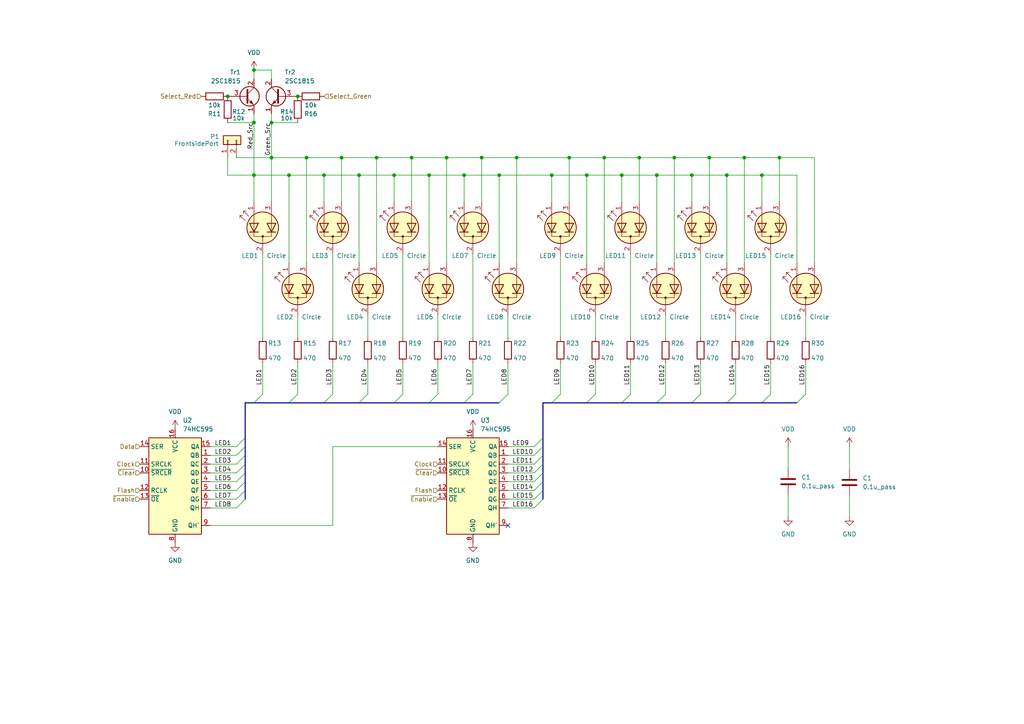
<source format=kicad_sch>
(kicad_sch (version 20230121) (generator eeschema)
  (paper "A4")
  (lib_symbols
    (symbol "74xx:74HC595"
      (property "Reference" "U" (at -7.62 13.97 0))
      (property "Value" "74HC595" (at -7.62 -16.51 0))
      (symbol "74HC595_1_0"
        (pin tri_state line (at 10.16 7.62 180) (length 2.54) (name "QB") (number "1"))
        (pin input line (at -10.16 2.54 0) (length 2.54) (name "~{SRCLR}") (number "10"))
        (pin input line (at -10.16 5.08 0) (length 2.54) (name "SRCLK") (number "11"))
        (pin input line (at -10.16 -2.54 0) (length 2.54) (name "RCLK") (number "12"))
        (pin input line (at -10.16 -5.08 0) (length 2.54) (name "~{OE}") (number "13"))
        (pin input line (at -10.16 10.16 0) (length 2.54) (name "SER") (number "14"))
        (pin tri_state line (at 10.16 10.16 180) (length 2.54) (name "QA") (number "15"))
        (pin power_in line (at 0 15.24 270) (length 2.54) (name "VCC") (number "16"))
        (pin tri_state line (at 10.16 5.08 180) (length 2.54) (name "QC") (number "2"))
        (pin tri_state line (at 10.16 2.54 180) (length 2.54) (name "QD") (number "3"))
        (pin tri_state line (at 10.16 0 180) (length 2.54) (name "QE") (number "4"))
        (pin tri_state line (at 10.16 -2.54 180) (length 2.54) (name "QF") (number "5"))
        (pin tri_state line (at 10.16 -5.08 180) (length 2.54) (name "QG") (number "6"))
        (pin tri_state line (at 10.16 -7.62 180) (length 2.54) (name "QH") (number "7"))
        (pin power_in line (at 0 -17.78 90) (length 2.54) (name "GND") (number "8"))
        (pin output line (at 10.16 -12.7 180) (length 2.54) (name "QH'") (number "9"))
      )
      (symbol "74HC595_1_1"
        (rectangle (start -7.62 12.7) (end 7.62 -15.24) (stroke (width 0.254)) (fill (type background)))
      )
    )
    (symbol "Connector_Generic:Conn_01x02" (pin_names (offset 1.016) hide)
      (property "Reference" "J" (at 0 2.54 0))
      (property "Value" "Conn_01x02" (at 0 -5.08 0))
      (symbol "Conn_01x02_1_1"
        (rectangle (start -1.27 -2.413) (end 0 -2.667) (stroke (width 0.1524)))
        (rectangle (start -1.27 0.127) (end 0 -0.127) (stroke (width 0.1524)))
        (rectangle (start -1.27 1.27) (end 1.27 -3.81) (stroke (width 0.254)) (fill (type background)))
        (pin passive line (at -5.08 0 0) (length 3.81) (name "Pin_1") (number "1"))
        (pin passive line (at -5.08 -2.54 0) (length 3.81) (name "Pin_2") (number "2"))
      )
    )
    (symbol "Device:C" (pin_numbers hide) (pin_names (offset 0.254))
      (property "Reference" "C" (at 0.635 2.54 0))
      (property "Value" "C" (at 0.635 -2.54 0))
      (symbol "C_0_1"
        (polyline (pts (xy -2.032 -0.762) (xy 2.032 -0.762)) (stroke (width 0.508)))
        (polyline (pts (xy -2.032 0.762) (xy 2.032 0.762)) (stroke (width 0.508)))
      )
      (symbol "C_1_1"
        (pin passive line (at 0 3.81 270) (length 2.794) (name "~") (number "1"))
        (pin passive line (at 0 -3.81 90) (length 2.794) (name "~") (number "2"))
      )
    )
    (symbol "Device:LED_Dual_AKA" (pin_names (offset 0) hide)
      (property "Reference" "D" (at 0 5.715 0))
      (property "Value" "LED_Dual_AKA" (at 0 -6.35 0))
      (symbol "LED_Dual_AKA_0_1"
        (circle (center -2.54 0) (radius 0.2794) (fill (type outline)))
        (polyline (pts (xy -4.572 0) (xy -2.54 0)))
        (polyline (pts (xy -1.27 -1.27) (xy -1.27 -3.81)) (stroke (width 0.254)))
        (polyline (pts (xy -1.27 1.27) (xy -1.27 3.81)) (stroke (width 0.254)))
        (polyline (pts (xy 3.81 -2.54) (xy 1.905 -2.54)))
        (polyline (pts (xy 3.81 2.54) (xy 1.905 2.54)))
        (polyline (pts (xy 1.27 -3.81) (xy 1.27 -1.27) (xy -1.27 -2.54) (xy 1.27 -3.81)) (stroke (width 0.254)))
        (polyline (pts (xy 1.27 1.27) (xy 1.27 3.81) (xy -1.27 2.54) (xy 1.27 1.27)) (stroke (width 0.254)))
        (polyline (pts (xy 2.032 2.54) (xy -2.54 2.54) (xy -2.54 -2.54) (xy 2.032 -2.54)))
        (polyline (pts (xy 2.032 5.08) (xy 3.556 6.604) (xy 2.794 6.604) (xy 3.556 6.604) (xy 3.556 5.842)))
        (polyline (pts (xy 3.302 4.064) (xy 4.826 5.588) (xy 4.064 5.588) (xy 4.826 5.588) (xy 4.826 4.826)))
        (circle (center 0 0) (radius 4.572) (stroke (width 0.254)) (fill (type background)))
      )
      (symbol "LED_Dual_AKA_1_1"
        (pin input line (at 7.62 2.54 180) (length 3.81) (name "A1") (number "1"))
        (pin input line (at -7.62 0 0) (length 3.048) (name "K") (number "2"))
        (pin input line (at 7.62 -2.54 180) (length 3.81) (name "A2") (number "3"))
      )
    )
    (symbol "Device:R" (pin_numbers hide) (pin_names (offset 0))
      (property "Reference" "R" (at 2.032 0 90))
      (property "Value" "R" (at 0 0 90))
      (symbol "R_0_1"
        (rectangle (start -1.016 -2.54) (end 1.016 2.54) (stroke (width 0.254)))
      )
      (symbol "R_1_1"
        (pin passive line (at 0 3.81 270) (length 1.27) (name "~") (number "1"))
        (pin passive line (at 0 -3.81 90) (length 1.27) (name "~") (number "2"))
      )
    )
    (symbol "Transistor_BJT:2SC1815" (pin_names (offset 0) hide)
      (property "Reference" "Q" (at 5.08 1.905 0))
      (property "Value" "2SC1815" (at 5.08 0 0))
      (symbol "2SC1815_0_1"
        (polyline (pts (xy 0 0) (xy 0.508 0)))
        (polyline (pts (xy 0.635 0.635) (xy 2.54 2.54)))
        (polyline (pts (xy 0.635 -0.635) (xy 2.54 -2.54) (xy 2.54 -2.54)))
        (polyline (pts (xy 0.635 1.905) (xy 0.635 -1.905) (xy 0.635 -1.905)) (stroke (width 0.508)))
        (polyline (pts (xy 1.27 -1.778) (xy 1.778 -1.27) (xy 2.286 -2.286) (xy 1.27 -1.778) (xy 1.27 -1.778)) (fill (type outline)))
        (circle (center 1.27 0) (radius 2.8194) (stroke (width 0.254)))
      )
      (symbol "2SC1815_1_1"
        (pin passive line (at 2.54 -5.08 90) (length 2.54) (name "E") (number "1"))
        (pin passive line (at 2.54 5.08 270) (length 2.54) (name "C") (number "2"))
        (pin input line (at -5.08 0 0) (length 5.08) (name "B") (number "3"))
      )
    )
    (symbol "power:GND" (power) (pin_names (offset 0))
      (property "Value" "GND" (at 0 -3.81 0))
      (symbol "GND_0_1"
        (polyline (pts (xy 0 0) (xy 0 -1.27) (xy 1.27 -1.27) (xy 0 -2.54) (xy -1.27 -1.27) (xy 0 -1.27)))
      )
      (symbol "GND_1_1"
        (pin power_in line (at 0 0 270) (length 0) hide (name "GND") (number "1"))
      )
    )
    (symbol "power:VDD" (power) (pin_names (offset 0))
      (property "Value" "VDD" (at 0 3.81 0))
      (symbol "VDD_0_1"
        (polyline (pts (xy -0.762 1.27) (xy 0 2.54)))
        (polyline (pts (xy 0 0) (xy 0 2.54)))
        (polyline (pts (xy 0 2.54) (xy 0.762 1.27)))
      )
      (symbol "VDD_1_1"
        (pin power_in line (at 0 0 90) (length 0) hide (name "VDD") (number "1"))
      )
    )
  )
  (junction (at 78.74 35.56))
  (junction (at 129.54 45.72))
  (junction (at 86.36 27.94))
  (junction (at 175.26 45.72))
  (junction (at 66.04 27.94))
  (junction (at 195.58 45.72))
  (junction (at 139.7 45.72))
  (junction (at 78.74 45.72))
  (junction (at 88.9 45.72))
  (junction (at 149.86 45.72))
  (junction (at 134.62 50.8))
  (junction (at 73.66 20.32))
  (junction (at 109.22 45.72))
  (junction (at 170.18 50.8))
  (junction (at 99.06 45.72))
  (junction (at 215.9 45.72))
  (junction (at 114.3 50.8))
  (junction (at 144.78 50.8))
  (junction (at 190.5 50.8))
  (junction (at 104.14 50.8))
  (junction (at 185.42 45.72))
  (junction (at 165.1 45.72))
  (junction (at 226.06 45.72))
  (junction (at 205.74 45.72))
  (junction (at 124.46 50.8))
  (junction (at 73.66 50.8))
  (junction (at 93.98 50.8))
  (junction (at 73.66 35.56))
  (junction (at 220.98 50.8))
  (junction (at 119.38 45.72))
  (junction (at 160.02 50.8))
  (junction (at 180.34 50.8))
  (junction (at 210.82 50.8))
  (junction (at 83.82 50.8))
  (junction (at 200.66 50.8))
  (no_connect (at 147.32 152.4))
  (bus_entry (at 147.32 114.3) (size -2.54 2.54))
  (bus_entry (at 68.58 147.32) (size 2.54 -2.54))
  (bus_entry (at 68.58 144.78) (size 2.54 -2.54))
  (bus_entry (at 172.72 114.3) (size -2.54 2.54))
  (bus_entry (at 154.94 137.16) (size 2.54 -2.54))
  (bus_entry (at 68.58 129.54) (size 2.54 -2.54))
  (bus_entry (at 68.58 139.7) (size 2.54 -2.54))
  (bus_entry (at 86.36 114.3) (size -2.54 2.54))
  (bus_entry (at 233.68 114.3) (size -2.54 2.54))
  (bus_entry (at 162.56 114.3) (size -2.54 2.54))
  (bus_entry (at 76.2 114.3) (size -2.54 2.54))
  (bus_entry (at 154.94 132.08) (size 2.54 -2.54))
  (bus_entry (at 154.94 139.7) (size 2.54 -2.54))
  (bus_entry (at 68.58 132.08) (size 2.54 -2.54))
  (bus_entry (at 223.52 114.3) (size -2.54 2.54))
  (bus_entry (at 182.88 114.3) (size -2.54 2.54))
  (bus_entry (at 116.84 114.3) (size -2.54 2.54))
  (bus_entry (at 193.04 114.3) (size -2.54 2.54))
  (bus_entry (at 154.94 142.24) (size 2.54 -2.54))
  (bus_entry (at 106.68 114.3) (size -2.54 2.54))
  (bus_entry (at 68.58 134.62) (size 2.54 -2.54))
  (bus_entry (at 68.58 137.16) (size 2.54 -2.54))
  (bus_entry (at 137.16 114.3) (size -2.54 2.54))
  (bus_entry (at 154.94 144.78) (size 2.54 -2.54))
  (bus_entry (at 154.94 134.62) (size 2.54 -2.54))
  (bus_entry (at 154.94 129.54) (size 2.54 -2.54))
  (bus_entry (at 127 114.3) (size -2.54 2.54))
  (bus_entry (at 154.94 147.32) (size 2.54 -2.54))
  (bus_entry (at 203.2 114.3) (size -2.54 2.54))
  (bus_entry (at 68.58 142.24) (size 2.54 -2.54))
  (bus_entry (at 96.52 114.3) (size -2.54 2.54))
  (bus_entry (at 213.36 114.3) (size -2.54 2.54))
  (wire (pts (xy 175.26 45.72) (xy 185.42 45.72)))
  (wire (pts (xy 175.26 76.2) (xy 175.26 45.72)))
  (bus (pts (xy 71.12 144.78) (xy 71.12 142.24)))
  (wire (pts (xy 116.84 73.66) (xy 116.84 97.79)))
  (wire (pts (xy 175.26 45.72) (xy 165.1 45.72)))
  (wire (pts (xy 119.38 45.72) (xy 119.38 58.42)))
  (wire (pts (xy 73.66 35.56) (xy 73.66 50.8)))
  (wire (pts (xy 93.98 50.8) (xy 83.82 50.8)))
  (wire (pts (xy 246.38 143.764) (xy 246.38 149.86)))
  (wire (pts (xy 96.52 73.66) (xy 96.52 97.79)))
  (bus (pts (xy 71.12 132.08) (xy 71.12 129.54)))
  (wire (pts (xy 203.2 105.41) (xy 203.2 114.3)))
  (wire (pts (xy 88.9 45.72) (xy 99.06 45.72)))
  (wire (pts (xy 93.98 58.42) (xy 93.98 50.8)))
  (bus (pts (xy 71.12 139.7) (xy 71.12 137.16)))
  (wire (pts (xy 124.46 50.8) (xy 114.3 50.8)))
  (wire (pts (xy 190.5 50.8) (xy 180.34 50.8)))
  (wire (pts (xy 210.82 76.2) (xy 210.82 50.8)))
  (wire (pts (xy 60.96 139.7) (xy 68.58 139.7)))
  (bus (pts (xy 71.12 137.16) (xy 71.12 134.62)))
  (wire (pts (xy 193.04 91.44) (xy 193.04 97.79)))
  (wire (pts (xy 78.74 45.72) (xy 78.74 58.42)))
  (wire (pts (xy 236.22 45.72) (xy 236.22 76.2)))
  (wire (pts (xy 185.42 58.42) (xy 185.42 45.72)))
  (wire (pts (xy 185.42 45.72) (xy 195.58 45.72)))
  (wire (pts (xy 144.78 76.2) (xy 144.78 50.8)))
  (bus (pts (xy 180.34 116.84) (xy 190.5 116.84)))
  (wire (pts (xy 147.32 132.08) (xy 154.94 132.08)))
  (bus (pts (xy 220.98 116.84) (xy 231.14 116.84)))
  (wire (pts (xy 233.68 105.41) (xy 233.68 114.3)))
  (wire (pts (xy 195.58 45.72) (xy 195.58 76.2)))
  (wire (pts (xy 60.96 134.62) (xy 68.58 134.62)))
  (wire (pts (xy 127 105.41) (xy 127 114.3)))
  (wire (pts (xy 172.72 105.41) (xy 172.72 114.3)))
  (wire (pts (xy 60.96 132.08) (xy 68.58 132.08)))
  (wire (pts (xy 104.14 50.8) (xy 114.3 50.8)))
  (bus (pts (xy 157.48 137.16) (xy 157.48 134.62)))
  (wire (pts (xy 60.96 147.32) (xy 68.58 147.32)))
  (wire (pts (xy 127 91.44) (xy 127 97.79)))
  (wire (pts (xy 137.16 105.41) (xy 137.16 114.3)))
  (wire (pts (xy 147.32 91.44) (xy 147.32 97.79)))
  (wire (pts (xy 83.82 76.2) (xy 83.82 50.8)))
  (wire (pts (xy 147.32 137.16) (xy 154.94 137.16)))
  (bus (pts (xy 200.66 116.84) (xy 210.82 116.84)))
  (wire (pts (xy 180.34 58.42) (xy 180.34 50.8)))
  (bus (pts (xy 71.12 116.84) (xy 73.66 116.84)))
  (wire (pts (xy 228.6 129.54) (xy 228.6 135.89)))
  (bus (pts (xy 71.12 129.54) (xy 71.12 127)))
  (wire (pts (xy 60.96 142.24) (xy 68.58 142.24)))
  (wire (pts (xy 99.06 58.42) (xy 99.06 45.72)))
  (wire (pts (xy 223.52 73.66) (xy 223.52 97.79)))
  (bus (pts (xy 71.12 142.24) (xy 71.12 139.7)))
  (bus (pts (xy 71.12 134.62) (xy 71.12 132.08)))
  (wire (pts (xy 213.36 105.41) (xy 213.36 114.3)))
  (wire (pts (xy 190.5 50.8) (xy 200.66 50.8)))
  (wire (pts (xy 144.78 50.8) (xy 134.62 50.8)))
  (wire (pts (xy 203.2 73.66) (xy 203.2 97.79)))
  (wire (pts (xy 60.96 129.54) (xy 68.58 129.54)))
  (wire (pts (xy 78.74 35.56) (xy 78.74 45.72)))
  (bus (pts (xy 83.82 116.84) (xy 93.98 116.84)))
  (wire (pts (xy 147.32 144.78) (xy 154.94 144.78)))
  (wire (pts (xy 162.56 73.66) (xy 162.56 97.79)))
  (wire (pts (xy 134.62 58.42) (xy 134.62 50.8)))
  (wire (pts (xy 88.9 45.72) (xy 78.74 45.72)))
  (wire (pts (xy 68.58 45.72) (xy 78.74 45.72)))
  (wire (pts (xy 172.72 91.44) (xy 172.72 97.79)))
  (bus (pts (xy 190.5 116.84) (xy 200.66 116.84)))
  (wire (pts (xy 78.74 20.32) (xy 78.74 22.86)))
  (wire (pts (xy 180.34 50.8) (xy 170.18 50.8)))
  (wire (pts (xy 149.86 45.72) (xy 165.1 45.72)))
  (wire (pts (xy 86.36 91.44) (xy 86.36 97.79)))
  (wire (pts (xy 73.66 33.02) (xy 73.66 35.56)))
  (wire (pts (xy 129.54 45.72) (xy 139.7 45.72)))
  (wire (pts (xy 147.32 134.62) (xy 154.94 134.62)))
  (bus (pts (xy 157.48 142.24) (xy 157.48 139.7)))
  (wire (pts (xy 78.74 33.02) (xy 78.74 35.56)))
  (bus (pts (xy 124.46 116.84) (xy 134.62 116.84)))
  (wire (pts (xy 106.68 105.41) (xy 106.68 114.3)))
  (bus (pts (xy 210.82 116.84) (xy 220.98 116.84)))
  (wire (pts (xy 60.96 144.78) (xy 68.58 144.78)))
  (bus (pts (xy 157.48 132.08) (xy 157.48 129.54)))
  (wire (pts (xy 96.52 105.41) (xy 96.52 114.3)))
  (wire (pts (xy 170.18 76.2) (xy 170.18 50.8)))
  (wire (pts (xy 147.32 105.41) (xy 147.32 114.3)))
  (wire (pts (xy 215.9 45.72) (xy 226.06 45.72)))
  (wire (pts (xy 210.82 50.8) (xy 200.66 50.8)))
  (wire (pts (xy 60.96 137.16) (xy 68.58 137.16)))
  (wire (pts (xy 124.46 76.2) (xy 124.46 50.8)))
  (wire (pts (xy 165.1 45.72) (xy 165.1 58.42)))
  (wire (pts (xy 231.14 50.8) (xy 220.98 50.8)))
  (wire (pts (xy 104.14 50.8) (xy 93.98 50.8)))
  (wire (pts (xy 231.14 76.2) (xy 231.14 50.8)))
  (wire (pts (xy 215.9 45.72) (xy 205.74 45.72)))
  (wire (pts (xy 86.36 105.41) (xy 86.36 114.3)))
  (wire (pts (xy 147.32 139.7) (xy 154.94 139.7)))
  (bus (pts (xy 114.3 116.84) (xy 124.46 116.84)))
  (wire (pts (xy 149.86 45.72) (xy 149.86 76.2)))
  (wire (pts (xy 144.78 50.8) (xy 160.02 50.8)))
  (bus (pts (xy 157.48 144.78) (xy 157.48 142.24)))
  (wire (pts (xy 106.68 91.44) (xy 106.68 97.79)))
  (wire (pts (xy 73.66 20.32) (xy 73.66 22.86)))
  (wire (pts (xy 228.6 143.51) (xy 228.6 149.86)))
  (wire (pts (xy 104.14 76.2) (xy 104.14 50.8)))
  (wire (pts (xy 99.06 45.72) (xy 109.22 45.72)))
  (wire (pts (xy 76.2 105.41) (xy 76.2 114.3)))
  (wire (pts (xy 160.02 50.8) (xy 160.02 58.42)))
  (wire (pts (xy 109.22 45.72) (xy 109.22 76.2)))
  (wire (pts (xy 223.52 105.41) (xy 223.52 114.3)))
  (wire (pts (xy 129.54 45.72) (xy 119.38 45.72)))
  (wire (pts (xy 147.32 129.54) (xy 154.94 129.54)))
  (bus (pts (xy 157.48 129.54) (xy 157.48 127)))
  (wire (pts (xy 83.82 50.8) (xy 73.66 50.8)))
  (wire (pts (xy 182.88 73.66) (xy 182.88 97.79)))
  (wire (pts (xy 66.04 50.8) (xy 66.04 45.72)))
  (wire (pts (xy 129.54 76.2) (xy 129.54 45.72)))
  (wire (pts (xy 233.68 91.44) (xy 233.68 97.79)))
  (wire (pts (xy 60.96 152.4) (xy 96.52 152.4)))
  (bus (pts (xy 157.48 139.7) (xy 157.48 137.16)))
  (wire (pts (xy 114.3 50.8) (xy 114.3 58.42)))
  (wire (pts (xy 205.74 45.72) (xy 205.74 58.42)))
  (wire (pts (xy 78.74 35.56) (xy 86.36 35.56)))
  (wire (pts (xy 193.04 105.41) (xy 193.04 114.3)))
  (wire (pts (xy 170.18 50.8) (xy 160.02 50.8)))
  (bus (pts (xy 93.98 116.84) (xy 104.14 116.84)))
  (wire (pts (xy 73.66 20.32) (xy 78.74 20.32)))
  (bus (pts (xy 73.66 116.84) (xy 83.82 116.84)))
  (bus (pts (xy 157.48 116.84) (xy 160.02 116.84)))
  (bus (pts (xy 157.48 134.62) (xy 157.48 132.08)))
  (wire (pts (xy 213.36 91.44) (xy 213.36 97.79)))
  (bus (pts (xy 104.14 116.84) (xy 114.3 116.84)))
  (wire (pts (xy 215.9 76.2) (xy 215.9 45.72)))
  (wire (pts (xy 147.32 142.24) (xy 154.94 142.24)))
  (wire (pts (xy 226.06 45.72) (xy 236.22 45.72)))
  (wire (pts (xy 162.56 105.41) (xy 162.56 114.3)))
  (wire (pts (xy 246.38 129.54) (xy 246.38 136.144)))
  (wire (pts (xy 134.62 50.8) (xy 124.46 50.8)))
  (wire (pts (xy 73.66 50.8) (xy 66.04 50.8)))
  (wire (pts (xy 109.22 45.72) (xy 119.38 45.72)))
  (wire (pts (xy 139.7 45.72) (xy 149.86 45.72)))
  (wire (pts (xy 190.5 76.2) (xy 190.5 50.8)))
  (wire (pts (xy 220.98 50.8) (xy 210.82 50.8)))
  (wire (pts (xy 66.04 35.56) (xy 73.66 35.56)))
  (wire (pts (xy 147.32 147.32) (xy 154.94 147.32)))
  (wire (pts (xy 73.66 50.8) (xy 73.66 58.42)))
  (wire (pts (xy 226.06 58.42) (xy 226.06 45.72)))
  (wire (pts (xy 137.16 73.66) (xy 137.16 97.79)))
  (bus (pts (xy 160.02 116.84) (xy 170.18 116.84)))
  (bus (pts (xy 71.12 127) (xy 71.12 116.84)))
  (wire (pts (xy 220.98 58.42) (xy 220.98 50.8)))
  (wire (pts (xy 139.7 58.42) (xy 139.7 45.72)))
  (wire (pts (xy 195.58 45.72) (xy 205.74 45.72)))
  (bus (pts (xy 134.62 116.84) (xy 144.78 116.84)))
  (wire (pts (xy 88.9 76.2) (xy 88.9 45.72)))
  (wire (pts (xy 96.52 152.4) (xy 96.52 129.54)))
  (bus (pts (xy 157.48 127) (xy 157.48 116.84)))
  (wire (pts (xy 76.2 73.66) (xy 76.2 97.79)))
  (wire (pts (xy 96.52 129.54) (xy 127 129.54)))
  (wire (pts (xy 182.88 105.41) (xy 182.88 114.3)))
  (bus (pts (xy 170.18 116.84) (xy 180.34 116.84)))
  (wire (pts (xy 116.84 105.41) (xy 116.84 114.3)))
  (wire (pts (xy 200.66 50.8) (xy 200.66 58.42)))
  (label "Green_Src" (at 78.74 35.56 270))
  (label "LED11" (at 148.59 134.62 0))
  (label "LED7" (at 137.16 111.76 90))
  (label "LED3" (at 62.23 134.62 0))
  (label "LED10" (at 148.59 132.08 0))
  (label "LED3" (at 96.52 111.76 90))
  (label "LED5" (at 116.84 111.76 90))
  (label "LED15" (at 223.52 111.76 90))
  (label "LED9" (at 162.56 111.76 90))
  (label "LED2" (at 86.36 111.76 90))
  (label "LED6" (at 127 111.76 90))
  (label "LED8" (at 62.23 147.32 0))
  (label "LED4" (at 106.68 111.76 90))
  (label "LED8" (at 147.32 111.76 90))
  (label "LED1" (at 62.23 129.54 0))
  (label "LED12" (at 148.59 137.16 0))
  (label "LED4" (at 62.23 137.16 0))
  (label "Red_Src" (at 73.66 35.56 270))
  (label "LED11" (at 182.88 111.76 90))
  (label "LED5" (at 62.23 139.7 0))
  (label "LED13" (at 148.59 139.7 0))
  (label "LED16" (at 148.59 147.32 0))
  (label "LED10" (at 172.72 111.76 90))
  (label "LED12" (at 193.04 111.76 90))
  (label "LED7" (at 62.23 144.78 0))
  (label "LED13" (at 203.2 111.76 90))
  (label "LED1" (at 76.2 111.76 90))
  (label "LED14" (at 148.59 142.24 0))
  (label "LED2" (at 62.23 132.08 0))
  (label "LED16" (at 233.68 111.76 90))
  (label "LED14" (at 213.36 111.76 90))
  (label "LED9" (at 148.59 129.54 0))
  (label "LED6" (at 62.23 142.24 0))
  (label "LED15" (at 148.59 144.78 0))
  (hierarchical_label "~{Enable}" (shape input) (at 40.64 144.78 180))
  (hierarchical_label "Flash" (shape input) (at 127 142.24 180))
  (hierarchical_label "Data" (shape input) (at 40.64 129.54 180))
  (hierarchical_label "Flash" (shape input) (at 40.64 142.24 180))
  (hierarchical_label "~{Enable}" (shape input) (at 127 144.78 180))
  (hierarchical_label "Clock" (shape input) (at 127 134.62 180))
  (hierarchical_label "Clock" (shape input) (at 40.64 134.62 180))
  (hierarchical_label "Select_Red" (shape input) (at 58.42 27.94 180))
  (hierarchical_label "Select_Green" (shape input) (at 93.98 27.94 0))
  (hierarchical_label "~{Clear}" (shape input) (at 127 137.16 180))
  (hierarchical_label "~{Clear}" (shape input) (at 40.64 137.16 180))
  (symbol (lib_id "Device:LED_Dual_AKA") (at 106.68 83.82 90) (unit 1)
    (property "Reference" "LED4" (at 105.41 91.948 90) (effects (justify left)))
    (property "Value" "Circle" (at 113.538 91.948 90) (effects (justify left)))
    (property "Footprint" "LED_THT:LED_D3.0mm-3" (effects hide))
  )
  (symbol (lib_id "Device:LED_Dual_AKA") (at 193.04 83.82 90) (unit 1)
    (property "Reference" "LED12" (at 191.77 91.948 90) (effects (justify left)))
    (property "Value" "Circle" (at 199.898 91.948 90) (effects (justify left)))
    (property "Footprint" "LED_THT:LED_D3.0mm-3" (effects hide))
  )
  (symbol (lib_id "Device:R") (at 76.2 101.6 0) (unit 1)
    (property "Reference" "R13" (at 77.724 99.568 0) (effects (justify left)))
    (property "Value" "470" (at 77.724 103.886 0) (effects (justify left)))
    (property "Footprint" "Resistor_THT:R_Axial_DIN0207_L6.3mm_D2.5mm_P10.16mm_Horizontal" (effects hide))
  )
  (symbol (lib_id "power:VDD") (at 73.66 20.32 0) (unit 1)
    (property "Reference" "#PWR029" (effects hide))
    (property "Value" "VDD" (at 73.66 15.24 0))
  )
  (symbol (lib_id "Connector_Generic:Conn_01x02") (at 66.04 40.64 90) (unit 1)
    (property "Reference" "P1" (at 60.96 39.624 90) (effects (justify right)))
    (property "Value" "FrontsidePort" (at 50.546 41.656 90) (effects (justify right)))
    (property "Footprint" "Connector_PinHeader_2.54mm:PinHeader_1x02_P2.54mm_Vertical" (effects hide))
  )
  (symbol (lib_id "74xx:74HC595") (at 137.16 139.7 0) (unit 1)
    (property "Reference" "U3" (at 139.3541 121.92 0) (effects (justify left)))
    (property "Value" "74HC595" (at 139.3541 124.46 0) (effects (justify left)))
    (property "Footprint" "Package_DIP:DIP-16_W7.62mm_LongPads" (effects hide))
    (property "Datasheet" "http://www.ti.com/lit/ds/symlink/sn74hc595.pdf" (effects hide))
  )
  (symbol (lib_id "Device:C") (at 246.38 139.954 0) (unit 1)
    (property "Reference" "C1" (at 250.19 138.684 0) (effects (justify left)))
    (property "Value" "0.1u_pass" (at 250.19 141.224 0) (effects (justify left)))
    (property "Footprint" "Capacitor_THT:C_Disc_D5.0mm_W2.5mm_P2.50mm" (effects hide))
    (instances (project "maincircuit" (path "" (reference "C1") (unit 1)) (path "" (reference "C7") (unit 1))))
  )
  (symbol (lib_id "Transistor_BJT:2SC1815") (at 71.12 27.94 0) (unit 1)
    (property "Reference" "Tr1" (at 69.85 20.955 0) (effects (justify right)))
    (property "Value" "2SC1815" (at 69.85 23.495 0) (effects (justify right)))
    (property "Footprint" "Package_TO_SOT_THT:TO-92_Inline_Wide" (effects hide))
    (property "Datasheet" "https://media.digikey.com/pdf/Data%20Sheets/Toshiba%20PDFs/2SC1815.pdf" (effects hide))
  )
  (symbol (lib_id "Device:R") (at 62.23 27.94 270) (unit 1)
    (property "Reference" "R11" (at 62.23 33.02 90))
    (property "Value" "10k" (at 62.23 30.48 90))
    (property "Footprint" "Resistor_THT:R_Axial_DIN0207_L6.3mm_D2.5mm_P2.54mm_Vertical" (effects hide))
  )
  (symbol (lib_id "Device:R") (at 193.04 101.6 0) (unit 1)
    (property "Reference" "R26" (at 194.564 99.568 0) (effects (justify left)))
    (property "Value" "470" (at 194.564 103.886 0) (effects (justify left)))
    (property "Footprint" "Resistor_THT:R_Axial_DIN0207_L6.3mm_D2.5mm_P7.62mm_Horizontal" (effects hide))
  )
  (symbol (lib_id "Device:LED_Dual_AKA") (at 96.52 66.04 90) (unit 1)
    (property "Reference" "LED3" (at 95.25 74.168 90) (effects (justify left)))
    (property "Value" "Circle" (at 103.378 74.168 90) (effects (justify left)))
    (property "Footprint" "LED_THT:LED_D3.0mm-3" (effects hide))
  )
  (symbol (lib_id "Device:LED_Dual_AKA") (at 182.88 66.04 90) (unit 1)
    (property "Reference" "LED11" (at 181.61 74.168 90) (effects (justify left)))
    (property "Value" "Circle" (at 189.738 74.168 90) (effects (justify left)))
    (property "Footprint" "LED_THT:LED_D3.0mm-3" (effects hide))
  )
  (symbol (lib_id "Device:LED_Dual_AKA") (at 203.2 66.04 90) (unit 1)
    (property "Reference" "LED13" (at 201.93 74.168 90) (effects (justify left)))
    (property "Value" "Circle" (at 210.058 74.168 90) (effects (justify left)))
    (property "Footprint" "LED_THT:LED_D3.0mm-3" (effects hide))
  )
  (symbol (lib_id "power:VDD") (at 50.8 124.46 0) (unit 1)
    (property "Reference" "#PWR027" (effects hide))
    (property "Value" "VDD" (at 50.8 119.38 0))
  )
  (symbol (lib_id "Device:R") (at 90.17 27.94 270) (unit 1)
    (property "Reference" "R16" (at 90.17 33.02 90))
    (property "Value" "10k" (at 90.17 30.48 90))
    (property "Footprint" "Resistor_THT:R_Axial_DIN0207_L6.3mm_D2.5mm_P5.08mm_Vertical" (effects hide))
  )
  (symbol (lib_id "Device:LED_Dual_AKA") (at 162.56 66.04 90) (unit 1)
    (property "Reference" "LED9" (at 161.29 74.168 90) (effects (justify left)))
    (property "Value" "Circle" (at 169.418 74.168 90) (effects (justify left)))
    (property "Footprint" "LED_THT:LED_D3.0mm-3" (effects hide))
  )
  (symbol (lib_id "power:VDD") (at 228.6 129.54 0) (unit 1)
    (property "Reference" "#PWR032" (effects hide))
    (property "Value" "VDD" (at 228.6 124.46 0))
  )
  (symbol (lib_id "Device:LED_Dual_AKA") (at 223.52 66.04 90) (unit 1)
    (property "Reference" "LED15" (at 222.25 74.168 90) (effects (justify left)))
    (property "Value" "Circle" (at 230.378 74.168 90) (effects (justify left)))
    (property "Footprint" "LED_THT:LED_D3.0mm-3" (effects hide))
  )
  (symbol (lib_id "Device:R") (at 66.04 31.75 0) (mirror y) (unit 1)
    (property "Reference" "R12" (at 69.215 32.385 0))
    (property "Value" "10k" (at 69.215 34.29 0))
    (property "Footprint" "Resistor_THT:R_Axial_DIN0207_L6.3mm_D2.5mm_P5.08mm_Vertical" (effects hide))
  )
  (symbol (lib_id "Device:R") (at 162.56 101.6 0) (unit 1)
    (property "Reference" "R23" (at 164.084 99.568 0) (effects (justify left)))
    (property "Value" "470" (at 164.084 103.886 0) (effects (justify left)))
    (property "Footprint" "Resistor_THT:R_Axial_DIN0207_L6.3mm_D2.5mm_P10.16mm_Horizontal" (effects hide))
  )
  (symbol (lib_id "Device:LED_Dual_AKA") (at 213.36 83.82 90) (unit 1)
    (property "Reference" "LED14" (at 212.09 91.948 90) (effects (justify left)))
    (property "Value" "Circle" (at 220.218 91.948 90) (effects (justify left)))
    (property "Footprint" "LED_THT:LED_D3.0mm-3" (effects hide))
  )
  (symbol (lib_id "Transistor_BJT:2SC1815") (at 81.28 27.94 0) (mirror y) (unit 1)
    (property "Reference" "Tr2" (at 82.55 20.955 0) (effects (justify right)))
    (property "Value" "2SC1815" (at 82.55 23.495 0) (effects (justify right)))
    (property "Footprint" "Package_TO_SOT_THT:TO-92_Inline_Wide" (effects hide))
    (property "Datasheet" "https://media.digikey.com/pdf/Data%20Sheets/Toshiba%20PDFs/2SC1815.pdf" (effects hide))
  )
  (symbol (lib_id "Device:R") (at 233.68 101.6 0) (unit 1)
    (property "Reference" "R30" (at 235.204 99.568 0) (effects (justify left)))
    (property "Value" "470" (at 235.204 103.886 0) (effects (justify left)))
    (property "Footprint" "Resistor_THT:R_Axial_DIN0207_L6.3mm_D2.5mm_P7.62mm_Horizontal" (effects hide))
  )
  (symbol (lib_id "power:GND") (at 50.8 157.48 0) (unit 1)
    (property "Reference" "#PWR028" (effects hide))
    (property "Value" "GND" (at 50.8 162.56 0))
  )
  (symbol (lib_id "Device:R") (at 96.52 101.6 0) (unit 1)
    (property "Reference" "R17" (at 98.044 99.568 0) (effects (justify left)))
    (property "Value" "470" (at 98.044 103.886 0) (effects (justify left)))
    (property "Footprint" "Resistor_THT:R_Axial_DIN0207_L6.3mm_D2.5mm_P7.62mm_Horizontal" (effects hide))
  )
  (symbol (lib_id "Device:R") (at 203.2 101.6 0) (unit 1)
    (property "Reference" "R27" (at 204.724 99.568 0) (effects (justify left)))
    (property "Value" "470" (at 204.724 103.886 0) (effects (justify left)))
    (property "Footprint" "Resistor_THT:R_Axial_DIN0207_L6.3mm_D2.5mm_P7.62mm_Horizontal" (effects hide))
  )
  (symbol (lib_id "Device:R") (at 172.72 101.6 0) (unit 1)
    (property "Reference" "R24" (at 174.244 99.568 0) (effects (justify left)))
    (property "Value" "470" (at 174.244 103.886 0) (effects (justify left)))
    (property "Footprint" "Resistor_THT:R_Axial_DIN0207_L6.3mm_D2.5mm_P7.62mm_Horizontal" (effects hide))
  )
  (symbol (lib_id "Device:LED_Dual_AKA") (at 116.84 66.04 90) (unit 1)
    (property "Reference" "LED5" (at 115.57 74.168 90) (effects (justify left)))
    (property "Value" "Circle" (at 123.698 74.168 90) (effects (justify left)))
    (property "Footprint" "LED_THT:LED_D3.0mm-3" (effects hide))
  )
  (symbol (lib_id "Device:LED_Dual_AKA") (at 233.68 83.82 90) (unit 1)
    (property "Reference" "LED16" (at 232.41 91.948 90) (effects (justify left)))
    (property "Value" "Circle" (at 240.538 91.948 90) (effects (justify left)))
    (property "Footprint" "LED_THT:LED_D3.0mm-3" (effects hide))
  )
  (symbol (lib_id "Device:R") (at 147.32 101.6 0) (unit 1)
    (property "Reference" "R22" (at 148.844 99.568 0) (effects (justify left)))
    (property "Value" "470" (at 148.844 103.886 0) (effects (justify left)))
    (property "Footprint" "Resistor_THT:R_Axial_DIN0207_L6.3mm_D2.5mm_P7.62mm_Horizontal" (effects hide))
  )
  (symbol (lib_id "Device:LED_Dual_AKA") (at 127 83.82 90) (unit 1)
    (property "Reference" "LED6" (at 125.73 91.948 90) (effects (justify left)))
    (property "Value" "Circle" (at 133.858 91.948 90) (effects (justify left)))
    (property "Footprint" "LED_THT:LED_D3.0mm-3" (effects hide))
  )
  (symbol (lib_id "Device:R") (at 116.84 101.6 0) (unit 1)
    (property "Reference" "R19" (at 118.364 99.568 0) (effects (justify left)))
    (property "Value" "470" (at 118.364 103.886 0) (effects (justify left)))
    (property "Footprint" "Resistor_THT:R_Axial_DIN0207_L6.3mm_D2.5mm_P7.62mm_Horizontal" (effects hide))
  )
  (symbol (lib_id "Device:LED_Dual_AKA") (at 76.2 66.04 90) (unit 1)
    (property "Reference" "LED1" (at 74.93 74.168 90) (effects (justify left)))
    (property "Value" "Circle" (at 83.058 74.168 90) (effects (justify left)))
    (property "Footprint" "LED_THT:LED_D3.0mm-3" (effects hide))
  )
  (symbol (lib_id "Device:C") (at 228.6 139.7 0) (unit 1)
    (property "Reference" "C1" (at 232.41 138.43 0) (effects (justify left)))
    (property "Value" "0.1u_pass" (at 232.41 140.97 0) (effects (justify left)))
    (property "Footprint" "Capacitor_THT:C_Disc_D5.0mm_W2.5mm_P2.50mm" (effects hide))
    (instances (project "maincircuit" (path "" (reference "C1") (unit 1)) (path "" (reference "C6") (unit 1))))
  )
  (symbol (lib_id "Device:R") (at 182.88 101.6 0) (unit 1)
    (property "Reference" "R25" (at 184.404 99.568 0) (effects (justify left)))
    (property "Value" "470" (at 184.404 103.886 0) (effects (justify left)))
    (property "Footprint" "Resistor_THT:R_Axial_DIN0207_L6.3mm_D2.5mm_P7.62mm_Horizontal" (effects hide))
  )
  (symbol (lib_id "74xx:74HC595") (at 50.8 139.7 0) (unit 1)
    (property "Reference" "U2" (at 52.9941 121.92 0) (effects (justify left)))
    (property "Value" "74HC595" (at 52.9941 124.46 0) (effects (justify left)))
    (property "Footprint" "Package_DIP:DIP-16_W7.62mm_LongPads" (effects hide))
    (property "Datasheet" "http://www.ti.com/lit/ds/symlink/sn74hc595.pdf" (effects hide))
  )
  (symbol (lib_id "Device:LED_Dual_AKA") (at 137.16 66.04 90) (unit 1)
    (property "Reference" "LED7" (at 135.89 74.168 90) (effects (justify left)))
    (property "Value" "Circle" (at 144.018 74.168 90) (effects (justify left)))
    (property "Footprint" "LED_THT:LED_D3.0mm-3" (effects hide))
  )
  (symbol (lib_id "power:GND") (at 246.38 149.86 0) (unit 1)
    (property "Reference" "#PWR035" (effects hide))
    (property "Value" "GND" (at 246.38 154.94 0))
  )
  (symbol (lib_id "Device:LED_Dual_AKA") (at 172.72 83.82 90) (unit 1)
    (property "Reference" "LED10" (at 171.45 91.948 90) (effects (justify left)))
    (property "Value" "Circle" (at 179.578 91.948 90) (effects (justify left)))
    (property "Footprint" "LED_THT:LED_D3.0mm-3" (effects hide))
  )
  (symbol (lib_id "Device:R") (at 106.68 101.6 0) (unit 1)
    (property "Reference" "R18" (at 108.204 99.568 0) (effects (justify left)))
    (property "Value" "470" (at 108.204 103.886 0) (effects (justify left)))
    (property "Footprint" "Resistor_THT:R_Axial_DIN0207_L6.3mm_D2.5mm_P10.16mm_Horizontal" (effects hide))
  )
  (symbol (lib_id "Device:LED_Dual_AKA") (at 86.36 83.82 90) (unit 1)
    (property "Reference" "LED2" (at 85.09 91.948 90) (effects (justify left)))
    (property "Value" "Circle" (at 93.218 91.948 90) (effects (justify left)))
    (property "Footprint" "LED_THT:LED_D3.0mm-3" (effects hide))
  )
  (symbol (lib_id "power:VDD") (at 246.38 129.54 0) (unit 1)
    (property "Reference" "#PWR034" (effects hide))
    (property "Value" "VDD" (at 246.38 124.46 0))
  )
  (symbol (lib_id "Device:R") (at 86.36 31.75 0) (unit 1)
    (property "Reference" "R14" (at 83.185 32.385 0))
    (property "Value" "10k" (at 83.185 34.29 0))
    (property "Footprint" "Resistor_THT:R_Axial_DIN0207_L6.3mm_D2.5mm_P2.54mm_Vertical" (effects hide))
  )
  (symbol (lib_id "Device:R") (at 127 101.6 0) (unit 1)
    (property "Reference" "R20" (at 128.524 99.568 0) (effects (justify left)))
    (property "Value" "470" (at 128.524 103.886 0) (effects (justify left)))
    (property "Footprint" "Resistor_THT:R_Axial_DIN0207_L6.3mm_D2.5mm_P7.62mm_Horizontal" (effects hide))
  )
  (symbol (lib_id "Device:R") (at 86.36 101.6 0) (unit 1)
    (property "Reference" "R15" (at 87.884 99.568 0) (effects (justify left)))
    (property "Value" "470" (at 87.884 103.886 0) (effects (justify left)))
    (property "Footprint" "Resistor_THT:R_Axial_DIN0207_L6.3mm_D2.5mm_P7.62mm_Horizontal" (effects hide))
  )
  (symbol (lib_id "power:GND") (at 228.6 149.86 0) (unit 1)
    (property "Reference" "#PWR033" (effects hide))
    (property "Value" "GND" (at 228.6 154.94 0))
  )
  (symbol (lib_id "Device:R") (at 137.16 101.6 0) (unit 1)
    (property "Reference" "R21" (at 138.684 99.568 0) (effects (justify left)))
    (property "Value" "470" (at 138.684 103.886 0) (effects (justify left)))
    (property "Footprint" "Resistor_THT:R_Axial_DIN0207_L6.3mm_D2.5mm_P7.62mm_Horizontal" (effects hide))
  )
  (symbol (lib_id "Device:LED_Dual_AKA") (at 147.32 83.82 90) (unit 1)
    (property "Reference" "LED8" (at 146.05 91.948 90) (effects (justify left)))
    (property "Value" "Circle" (at 154.178 91.948 90) (effects (justify left)))
    (property "Footprint" "LED_THT:LED_D3.0mm-3" (effects hide))
  )
  (symbol (lib_id "power:GND") (at 137.16 157.48 0) (unit 1)
    (property "Reference" "#PWR031" (effects hide))
    (property "Value" "GND" (at 137.16 162.56 0))
  )
  (symbol (lib_id "power:VDD") (at 137.16 124.46 0) (unit 1)
    (property "Reference" "#PWR030" (effects hide))
    (property "Value" "VDD" (at 137.16 119.38 0))
  )
  (symbol (lib_id "Device:R") (at 213.36 101.6 0) (unit 1)
    (property "Reference" "R28" (at 214.884 99.568 0) (effects (justify left)))
    (property "Value" "470" (at 214.884 103.886 0) (effects (justify left)))
    (property "Footprint" "Resistor_THT:R_Axial_DIN0207_L6.3mm_D2.5mm_P7.62mm_Horizontal" (effects hide))
  )
  (symbol (lib_id "Device:R") (at 223.52 101.6 0) (unit 1)
    (property "Reference" "R29" (at 225.044 99.568 0) (effects (justify left)))
    (property "Value" "470" (at 225.044 103.886 0) (effects (justify left)))
    (property "Footprint" "Resistor_THT:R_Axial_DIN0207_L6.3mm_D2.5mm_P7.62mm_Horizontal" (effects hide))
  )
)
</source>
